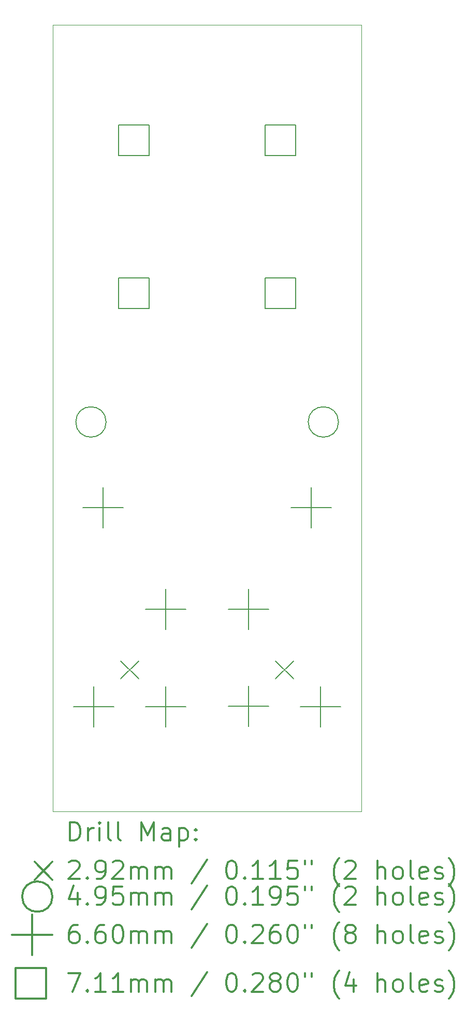
<source format=gbr>
%FSLAX45Y45*%
G04 Gerber Fmt 4.5, Leading zero omitted, Abs format (unit mm)*
G04 Created by KiCad (PCBNEW (5.1.4-0-10_14)) date 2019-08-29 11:40:26*
%MOMM*%
%LPD*%
G04 APERTURE LIST*
%ADD10C,0.100000*%
%ADD11C,0.200000*%
%ADD12C,0.300000*%
G04 APERTURE END LIST*
D10*
X5050000Y12850000D02*
X5050000Y0D01*
X0Y12850000D02*
X0Y0D01*
X0Y12850000D02*
X5050000Y12850000D01*
X0Y0D02*
X5050000Y0D01*
D11*
X1113950Y2460050D02*
X1406050Y2167950D01*
X1406050Y2460050D02*
X1113950Y2167950D01*
X3643950Y2460050D02*
X3936050Y2167950D01*
X3936050Y2460050D02*
X3643950Y2167950D01*
X872650Y6364000D02*
G75*
G03X872650Y6364000I-247650J0D01*
G01*
X4672650Y6364000D02*
G75*
G03X4672650Y6364000I-247650J0D01*
G01*
X4380000Y2044200D02*
X4380000Y1383800D01*
X4049800Y1714000D02*
X4710200Y1714000D01*
X825000Y5294200D02*
X825000Y4633800D01*
X494800Y4964000D02*
X1155200Y4964000D01*
X1850000Y2044200D02*
X1850000Y1383800D01*
X1519800Y1714000D02*
X2180200Y1714000D01*
X670000Y2044200D02*
X670000Y1383800D01*
X339800Y1714000D02*
X1000200Y1714000D01*
X1850000Y3639200D02*
X1850000Y2978800D01*
X1519800Y3309000D02*
X2180200Y3309000D01*
X3200000Y3639200D02*
X3200000Y2978800D01*
X2869800Y3309000D02*
X3530200Y3309000D01*
X3200000Y2049200D02*
X3200000Y1388800D01*
X2869800Y1719000D02*
X3530200Y1719000D01*
X4225000Y5294200D02*
X4225000Y4633800D01*
X3894800Y4964000D02*
X4555200Y4964000D01*
X1576450Y10712550D02*
X1576450Y11215450D01*
X1073550Y11215450D01*
X1073550Y10712550D01*
X1576450Y10712550D01*
X1576450Y8212550D02*
X1576450Y8715450D01*
X1073550Y8715450D01*
X1073550Y8212550D01*
X1576450Y8212550D01*
X3976450Y10712550D02*
X3976450Y11215450D01*
X3473550Y11215450D01*
X3473550Y10712550D01*
X3976450Y10712550D01*
X3976450Y8212550D02*
X3976450Y8715450D01*
X3473550Y8715450D01*
X3473550Y8212550D01*
X3976450Y8212550D01*
D12*
X281428Y-470714D02*
X281428Y-170714D01*
X352857Y-170714D01*
X395714Y-185000D01*
X424286Y-213571D01*
X438571Y-242143D01*
X452857Y-299286D01*
X452857Y-342143D01*
X438571Y-399286D01*
X424286Y-427857D01*
X395714Y-456429D01*
X352857Y-470714D01*
X281428Y-470714D01*
X581428Y-470714D02*
X581428Y-270714D01*
X581428Y-327857D02*
X595714Y-299286D01*
X610000Y-285000D01*
X638571Y-270714D01*
X667143Y-270714D01*
X767143Y-470714D02*
X767143Y-270714D01*
X767143Y-170714D02*
X752857Y-185000D01*
X767143Y-199286D01*
X781428Y-185000D01*
X767143Y-170714D01*
X767143Y-199286D01*
X952857Y-470714D02*
X924286Y-456429D01*
X910000Y-427857D01*
X910000Y-170714D01*
X1110000Y-470714D02*
X1081428Y-456429D01*
X1067143Y-427857D01*
X1067143Y-170714D01*
X1452857Y-470714D02*
X1452857Y-170714D01*
X1552857Y-385000D01*
X1652857Y-170714D01*
X1652857Y-470714D01*
X1924286Y-470714D02*
X1924286Y-313572D01*
X1910000Y-285000D01*
X1881428Y-270714D01*
X1824286Y-270714D01*
X1795714Y-285000D01*
X1924286Y-456429D02*
X1895714Y-470714D01*
X1824286Y-470714D01*
X1795714Y-456429D01*
X1781428Y-427857D01*
X1781428Y-399286D01*
X1795714Y-370714D01*
X1824286Y-356429D01*
X1895714Y-356429D01*
X1924286Y-342143D01*
X2067143Y-270714D02*
X2067143Y-570714D01*
X2067143Y-285000D02*
X2095714Y-270714D01*
X2152857Y-270714D01*
X2181428Y-285000D01*
X2195714Y-299286D01*
X2210000Y-327857D01*
X2210000Y-413571D01*
X2195714Y-442143D01*
X2181428Y-456429D01*
X2152857Y-470714D01*
X2095714Y-470714D01*
X2067143Y-456429D01*
X2338571Y-442143D02*
X2352857Y-456429D01*
X2338571Y-470714D01*
X2324286Y-456429D01*
X2338571Y-442143D01*
X2338571Y-470714D01*
X2338571Y-285000D02*
X2352857Y-299286D01*
X2338571Y-313572D01*
X2324286Y-299286D01*
X2338571Y-285000D01*
X2338571Y-313572D01*
X-297100Y-818950D02*
X-5000Y-1111050D01*
X-5000Y-818950D02*
X-297100Y-1111050D01*
X267143Y-829286D02*
X281428Y-815000D01*
X310000Y-800714D01*
X381428Y-800714D01*
X410000Y-815000D01*
X424286Y-829286D01*
X438571Y-857857D01*
X438571Y-886429D01*
X424286Y-929286D01*
X252857Y-1100714D01*
X438571Y-1100714D01*
X567143Y-1072143D02*
X581428Y-1086429D01*
X567143Y-1100714D01*
X552857Y-1086429D01*
X567143Y-1072143D01*
X567143Y-1100714D01*
X724286Y-1100714D02*
X781428Y-1100714D01*
X810000Y-1086429D01*
X824286Y-1072143D01*
X852857Y-1029286D01*
X867143Y-972143D01*
X867143Y-857857D01*
X852857Y-829286D01*
X838571Y-815000D01*
X810000Y-800714D01*
X752857Y-800714D01*
X724286Y-815000D01*
X710000Y-829286D01*
X695714Y-857857D01*
X695714Y-929286D01*
X710000Y-957857D01*
X724286Y-972143D01*
X752857Y-986429D01*
X810000Y-986429D01*
X838571Y-972143D01*
X852857Y-957857D01*
X867143Y-929286D01*
X981428Y-829286D02*
X995714Y-815000D01*
X1024286Y-800714D01*
X1095714Y-800714D01*
X1124286Y-815000D01*
X1138571Y-829286D01*
X1152857Y-857857D01*
X1152857Y-886429D01*
X1138571Y-929286D01*
X967143Y-1100714D01*
X1152857Y-1100714D01*
X1281428Y-1100714D02*
X1281428Y-900714D01*
X1281428Y-929286D02*
X1295714Y-915000D01*
X1324286Y-900714D01*
X1367143Y-900714D01*
X1395714Y-915000D01*
X1410000Y-943571D01*
X1410000Y-1100714D01*
X1410000Y-943571D02*
X1424286Y-915000D01*
X1452857Y-900714D01*
X1495714Y-900714D01*
X1524286Y-915000D01*
X1538571Y-943571D01*
X1538571Y-1100714D01*
X1681428Y-1100714D02*
X1681428Y-900714D01*
X1681428Y-929286D02*
X1695714Y-915000D01*
X1724286Y-900714D01*
X1767143Y-900714D01*
X1795714Y-915000D01*
X1810000Y-943571D01*
X1810000Y-1100714D01*
X1810000Y-943571D02*
X1824286Y-915000D01*
X1852857Y-900714D01*
X1895714Y-900714D01*
X1924286Y-915000D01*
X1938571Y-943571D01*
X1938571Y-1100714D01*
X2524286Y-786429D02*
X2267143Y-1172143D01*
X2910000Y-800714D02*
X2938571Y-800714D01*
X2967143Y-815000D01*
X2981428Y-829286D01*
X2995714Y-857857D01*
X3010000Y-915000D01*
X3010000Y-986429D01*
X2995714Y-1043571D01*
X2981428Y-1072143D01*
X2967143Y-1086429D01*
X2938571Y-1100714D01*
X2910000Y-1100714D01*
X2881428Y-1086429D01*
X2867143Y-1072143D01*
X2852857Y-1043571D01*
X2838571Y-986429D01*
X2838571Y-915000D01*
X2852857Y-857857D01*
X2867143Y-829286D01*
X2881428Y-815000D01*
X2910000Y-800714D01*
X3138571Y-1072143D02*
X3152857Y-1086429D01*
X3138571Y-1100714D01*
X3124286Y-1086429D01*
X3138571Y-1072143D01*
X3138571Y-1100714D01*
X3438571Y-1100714D02*
X3267143Y-1100714D01*
X3352857Y-1100714D02*
X3352857Y-800714D01*
X3324286Y-843571D01*
X3295714Y-872143D01*
X3267143Y-886429D01*
X3724286Y-1100714D02*
X3552857Y-1100714D01*
X3638571Y-1100714D02*
X3638571Y-800714D01*
X3610000Y-843571D01*
X3581428Y-872143D01*
X3552857Y-886429D01*
X3995714Y-800714D02*
X3852857Y-800714D01*
X3838571Y-943571D01*
X3852857Y-929286D01*
X3881428Y-915000D01*
X3952857Y-915000D01*
X3981428Y-929286D01*
X3995714Y-943571D01*
X4010000Y-972143D01*
X4010000Y-1043571D01*
X3995714Y-1072143D01*
X3981428Y-1086429D01*
X3952857Y-1100714D01*
X3881428Y-1100714D01*
X3852857Y-1086429D01*
X3838571Y-1072143D01*
X4124286Y-800714D02*
X4124286Y-857857D01*
X4238571Y-800714D02*
X4238571Y-857857D01*
X4681428Y-1215000D02*
X4667143Y-1200714D01*
X4638571Y-1157857D01*
X4624286Y-1129286D01*
X4610000Y-1086429D01*
X4595714Y-1015000D01*
X4595714Y-957857D01*
X4610000Y-886429D01*
X4624286Y-843571D01*
X4638571Y-815000D01*
X4667143Y-772143D01*
X4681428Y-757857D01*
X4781428Y-829286D02*
X4795714Y-815000D01*
X4824286Y-800714D01*
X4895714Y-800714D01*
X4924286Y-815000D01*
X4938571Y-829286D01*
X4952857Y-857857D01*
X4952857Y-886429D01*
X4938571Y-929286D01*
X4767143Y-1100714D01*
X4952857Y-1100714D01*
X5310000Y-1100714D02*
X5310000Y-800714D01*
X5438571Y-1100714D02*
X5438571Y-943571D01*
X5424286Y-915000D01*
X5395714Y-900714D01*
X5352857Y-900714D01*
X5324286Y-915000D01*
X5310000Y-929286D01*
X5624286Y-1100714D02*
X5595714Y-1086429D01*
X5581428Y-1072143D01*
X5567143Y-1043571D01*
X5567143Y-957857D01*
X5581428Y-929286D01*
X5595714Y-915000D01*
X5624286Y-900714D01*
X5667143Y-900714D01*
X5695714Y-915000D01*
X5710000Y-929286D01*
X5724286Y-957857D01*
X5724286Y-1043571D01*
X5710000Y-1072143D01*
X5695714Y-1086429D01*
X5667143Y-1100714D01*
X5624286Y-1100714D01*
X5895714Y-1100714D02*
X5867143Y-1086429D01*
X5852857Y-1057857D01*
X5852857Y-800714D01*
X6124286Y-1086429D02*
X6095714Y-1100714D01*
X6038571Y-1100714D01*
X6010000Y-1086429D01*
X5995714Y-1057857D01*
X5995714Y-943571D01*
X6010000Y-915000D01*
X6038571Y-900714D01*
X6095714Y-900714D01*
X6124286Y-915000D01*
X6138571Y-943571D01*
X6138571Y-972143D01*
X5995714Y-1000714D01*
X6252857Y-1086429D02*
X6281428Y-1100714D01*
X6338571Y-1100714D01*
X6367143Y-1086429D01*
X6381428Y-1057857D01*
X6381428Y-1043571D01*
X6367143Y-1015000D01*
X6338571Y-1000714D01*
X6295714Y-1000714D01*
X6267143Y-986429D01*
X6252857Y-957857D01*
X6252857Y-943571D01*
X6267143Y-915000D01*
X6295714Y-900714D01*
X6338571Y-900714D01*
X6367143Y-915000D01*
X6481428Y-1215000D02*
X6495714Y-1200714D01*
X6524286Y-1157857D01*
X6538571Y-1129286D01*
X6552857Y-1086429D01*
X6567143Y-1015000D01*
X6567143Y-957857D01*
X6552857Y-886429D01*
X6538571Y-843571D01*
X6524286Y-815000D01*
X6495714Y-772143D01*
X6481428Y-757857D01*
X-5000Y-1387100D02*
G75*
G03X-5000Y-1387100I-247650J0D01*
G01*
X410000Y-1322814D02*
X410000Y-1522814D01*
X338571Y-1208529D02*
X267143Y-1422814D01*
X452857Y-1422814D01*
X567143Y-1494243D02*
X581428Y-1508529D01*
X567143Y-1522814D01*
X552857Y-1508529D01*
X567143Y-1494243D01*
X567143Y-1522814D01*
X724286Y-1522814D02*
X781428Y-1522814D01*
X810000Y-1508529D01*
X824286Y-1494243D01*
X852857Y-1451386D01*
X867143Y-1394243D01*
X867143Y-1279957D01*
X852857Y-1251386D01*
X838571Y-1237100D01*
X810000Y-1222814D01*
X752857Y-1222814D01*
X724286Y-1237100D01*
X710000Y-1251386D01*
X695714Y-1279957D01*
X695714Y-1351386D01*
X710000Y-1379957D01*
X724286Y-1394243D01*
X752857Y-1408529D01*
X810000Y-1408529D01*
X838571Y-1394243D01*
X852857Y-1379957D01*
X867143Y-1351386D01*
X1138571Y-1222814D02*
X995714Y-1222814D01*
X981428Y-1365672D01*
X995714Y-1351386D01*
X1024286Y-1337100D01*
X1095714Y-1337100D01*
X1124286Y-1351386D01*
X1138571Y-1365672D01*
X1152857Y-1394243D01*
X1152857Y-1465671D01*
X1138571Y-1494243D01*
X1124286Y-1508529D01*
X1095714Y-1522814D01*
X1024286Y-1522814D01*
X995714Y-1508529D01*
X981428Y-1494243D01*
X1281428Y-1522814D02*
X1281428Y-1322814D01*
X1281428Y-1351386D02*
X1295714Y-1337100D01*
X1324286Y-1322814D01*
X1367143Y-1322814D01*
X1395714Y-1337100D01*
X1410000Y-1365672D01*
X1410000Y-1522814D01*
X1410000Y-1365672D02*
X1424286Y-1337100D01*
X1452857Y-1322814D01*
X1495714Y-1322814D01*
X1524286Y-1337100D01*
X1538571Y-1365672D01*
X1538571Y-1522814D01*
X1681428Y-1522814D02*
X1681428Y-1322814D01*
X1681428Y-1351386D02*
X1695714Y-1337100D01*
X1724286Y-1322814D01*
X1767143Y-1322814D01*
X1795714Y-1337100D01*
X1810000Y-1365672D01*
X1810000Y-1522814D01*
X1810000Y-1365672D02*
X1824286Y-1337100D01*
X1852857Y-1322814D01*
X1895714Y-1322814D01*
X1924286Y-1337100D01*
X1938571Y-1365672D01*
X1938571Y-1522814D01*
X2524286Y-1208529D02*
X2267143Y-1594243D01*
X2910000Y-1222814D02*
X2938571Y-1222814D01*
X2967143Y-1237100D01*
X2981428Y-1251386D01*
X2995714Y-1279957D01*
X3010000Y-1337100D01*
X3010000Y-1408529D01*
X2995714Y-1465671D01*
X2981428Y-1494243D01*
X2967143Y-1508529D01*
X2938571Y-1522814D01*
X2910000Y-1522814D01*
X2881428Y-1508529D01*
X2867143Y-1494243D01*
X2852857Y-1465671D01*
X2838571Y-1408529D01*
X2838571Y-1337100D01*
X2852857Y-1279957D01*
X2867143Y-1251386D01*
X2881428Y-1237100D01*
X2910000Y-1222814D01*
X3138571Y-1494243D02*
X3152857Y-1508529D01*
X3138571Y-1522814D01*
X3124286Y-1508529D01*
X3138571Y-1494243D01*
X3138571Y-1522814D01*
X3438571Y-1522814D02*
X3267143Y-1522814D01*
X3352857Y-1522814D02*
X3352857Y-1222814D01*
X3324286Y-1265672D01*
X3295714Y-1294243D01*
X3267143Y-1308529D01*
X3581428Y-1522814D02*
X3638571Y-1522814D01*
X3667143Y-1508529D01*
X3681428Y-1494243D01*
X3710000Y-1451386D01*
X3724286Y-1394243D01*
X3724286Y-1279957D01*
X3710000Y-1251386D01*
X3695714Y-1237100D01*
X3667143Y-1222814D01*
X3610000Y-1222814D01*
X3581428Y-1237100D01*
X3567143Y-1251386D01*
X3552857Y-1279957D01*
X3552857Y-1351386D01*
X3567143Y-1379957D01*
X3581428Y-1394243D01*
X3610000Y-1408529D01*
X3667143Y-1408529D01*
X3695714Y-1394243D01*
X3710000Y-1379957D01*
X3724286Y-1351386D01*
X3995714Y-1222814D02*
X3852857Y-1222814D01*
X3838571Y-1365672D01*
X3852857Y-1351386D01*
X3881428Y-1337100D01*
X3952857Y-1337100D01*
X3981428Y-1351386D01*
X3995714Y-1365672D01*
X4010000Y-1394243D01*
X4010000Y-1465671D01*
X3995714Y-1494243D01*
X3981428Y-1508529D01*
X3952857Y-1522814D01*
X3881428Y-1522814D01*
X3852857Y-1508529D01*
X3838571Y-1494243D01*
X4124286Y-1222814D02*
X4124286Y-1279957D01*
X4238571Y-1222814D02*
X4238571Y-1279957D01*
X4681428Y-1637100D02*
X4667143Y-1622814D01*
X4638571Y-1579957D01*
X4624286Y-1551386D01*
X4610000Y-1508529D01*
X4595714Y-1437100D01*
X4595714Y-1379957D01*
X4610000Y-1308529D01*
X4624286Y-1265672D01*
X4638571Y-1237100D01*
X4667143Y-1194243D01*
X4681428Y-1179957D01*
X4781428Y-1251386D02*
X4795714Y-1237100D01*
X4824286Y-1222814D01*
X4895714Y-1222814D01*
X4924286Y-1237100D01*
X4938571Y-1251386D01*
X4952857Y-1279957D01*
X4952857Y-1308529D01*
X4938571Y-1351386D01*
X4767143Y-1522814D01*
X4952857Y-1522814D01*
X5310000Y-1522814D02*
X5310000Y-1222814D01*
X5438571Y-1522814D02*
X5438571Y-1365672D01*
X5424286Y-1337100D01*
X5395714Y-1322814D01*
X5352857Y-1322814D01*
X5324286Y-1337100D01*
X5310000Y-1351386D01*
X5624286Y-1522814D02*
X5595714Y-1508529D01*
X5581428Y-1494243D01*
X5567143Y-1465671D01*
X5567143Y-1379957D01*
X5581428Y-1351386D01*
X5595714Y-1337100D01*
X5624286Y-1322814D01*
X5667143Y-1322814D01*
X5695714Y-1337100D01*
X5710000Y-1351386D01*
X5724286Y-1379957D01*
X5724286Y-1465671D01*
X5710000Y-1494243D01*
X5695714Y-1508529D01*
X5667143Y-1522814D01*
X5624286Y-1522814D01*
X5895714Y-1522814D02*
X5867143Y-1508529D01*
X5852857Y-1479957D01*
X5852857Y-1222814D01*
X6124286Y-1508529D02*
X6095714Y-1522814D01*
X6038571Y-1522814D01*
X6010000Y-1508529D01*
X5995714Y-1479957D01*
X5995714Y-1365672D01*
X6010000Y-1337100D01*
X6038571Y-1322814D01*
X6095714Y-1322814D01*
X6124286Y-1337100D01*
X6138571Y-1365672D01*
X6138571Y-1394243D01*
X5995714Y-1422814D01*
X6252857Y-1508529D02*
X6281428Y-1522814D01*
X6338571Y-1522814D01*
X6367143Y-1508529D01*
X6381428Y-1479957D01*
X6381428Y-1465671D01*
X6367143Y-1437100D01*
X6338571Y-1422814D01*
X6295714Y-1422814D01*
X6267143Y-1408529D01*
X6252857Y-1379957D01*
X6252857Y-1365672D01*
X6267143Y-1337100D01*
X6295714Y-1322814D01*
X6338571Y-1322814D01*
X6367143Y-1337100D01*
X6481428Y-1637100D02*
X6495714Y-1622814D01*
X6524286Y-1579957D01*
X6538571Y-1551386D01*
X6552857Y-1508529D01*
X6567143Y-1437100D01*
X6567143Y-1379957D01*
X6552857Y-1308529D01*
X6538571Y-1265672D01*
X6524286Y-1237100D01*
X6495714Y-1194243D01*
X6481428Y-1179957D01*
X-335200Y-1682200D02*
X-335200Y-2342600D01*
X-665400Y-2012400D02*
X-5000Y-2012400D01*
X410000Y-1848114D02*
X352857Y-1848114D01*
X324286Y-1862400D01*
X310000Y-1876686D01*
X281428Y-1919543D01*
X267143Y-1976686D01*
X267143Y-2090971D01*
X281428Y-2119543D01*
X295714Y-2133829D01*
X324286Y-2148114D01*
X381428Y-2148114D01*
X410000Y-2133829D01*
X424286Y-2119543D01*
X438571Y-2090971D01*
X438571Y-2019543D01*
X424286Y-1990971D01*
X410000Y-1976686D01*
X381428Y-1962400D01*
X324286Y-1962400D01*
X295714Y-1976686D01*
X281428Y-1990971D01*
X267143Y-2019543D01*
X567143Y-2119543D02*
X581428Y-2133829D01*
X567143Y-2148114D01*
X552857Y-2133829D01*
X567143Y-2119543D01*
X567143Y-2148114D01*
X838571Y-1848114D02*
X781428Y-1848114D01*
X752857Y-1862400D01*
X738571Y-1876686D01*
X710000Y-1919543D01*
X695714Y-1976686D01*
X695714Y-2090971D01*
X710000Y-2119543D01*
X724286Y-2133829D01*
X752857Y-2148114D01*
X810000Y-2148114D01*
X838571Y-2133829D01*
X852857Y-2119543D01*
X867143Y-2090971D01*
X867143Y-2019543D01*
X852857Y-1990971D01*
X838571Y-1976686D01*
X810000Y-1962400D01*
X752857Y-1962400D01*
X724286Y-1976686D01*
X710000Y-1990971D01*
X695714Y-2019543D01*
X1052857Y-1848114D02*
X1081428Y-1848114D01*
X1110000Y-1862400D01*
X1124286Y-1876686D01*
X1138571Y-1905257D01*
X1152857Y-1962400D01*
X1152857Y-2033829D01*
X1138571Y-2090971D01*
X1124286Y-2119543D01*
X1110000Y-2133829D01*
X1081428Y-2148114D01*
X1052857Y-2148114D01*
X1024286Y-2133829D01*
X1010000Y-2119543D01*
X995714Y-2090971D01*
X981428Y-2033829D01*
X981428Y-1962400D01*
X995714Y-1905257D01*
X1010000Y-1876686D01*
X1024286Y-1862400D01*
X1052857Y-1848114D01*
X1281428Y-2148114D02*
X1281428Y-1948114D01*
X1281428Y-1976686D02*
X1295714Y-1962400D01*
X1324286Y-1948114D01*
X1367143Y-1948114D01*
X1395714Y-1962400D01*
X1410000Y-1990971D01*
X1410000Y-2148114D01*
X1410000Y-1990971D02*
X1424286Y-1962400D01*
X1452857Y-1948114D01*
X1495714Y-1948114D01*
X1524286Y-1962400D01*
X1538571Y-1990971D01*
X1538571Y-2148114D01*
X1681428Y-2148114D02*
X1681428Y-1948114D01*
X1681428Y-1976686D02*
X1695714Y-1962400D01*
X1724286Y-1948114D01*
X1767143Y-1948114D01*
X1795714Y-1962400D01*
X1810000Y-1990971D01*
X1810000Y-2148114D01*
X1810000Y-1990971D02*
X1824286Y-1962400D01*
X1852857Y-1948114D01*
X1895714Y-1948114D01*
X1924286Y-1962400D01*
X1938571Y-1990971D01*
X1938571Y-2148114D01*
X2524286Y-1833829D02*
X2267143Y-2219543D01*
X2910000Y-1848114D02*
X2938571Y-1848114D01*
X2967143Y-1862400D01*
X2981428Y-1876686D01*
X2995714Y-1905257D01*
X3010000Y-1962400D01*
X3010000Y-2033829D01*
X2995714Y-2090971D01*
X2981428Y-2119543D01*
X2967143Y-2133829D01*
X2938571Y-2148114D01*
X2910000Y-2148114D01*
X2881428Y-2133829D01*
X2867143Y-2119543D01*
X2852857Y-2090971D01*
X2838571Y-2033829D01*
X2838571Y-1962400D01*
X2852857Y-1905257D01*
X2867143Y-1876686D01*
X2881428Y-1862400D01*
X2910000Y-1848114D01*
X3138571Y-2119543D02*
X3152857Y-2133829D01*
X3138571Y-2148114D01*
X3124286Y-2133829D01*
X3138571Y-2119543D01*
X3138571Y-2148114D01*
X3267143Y-1876686D02*
X3281428Y-1862400D01*
X3310000Y-1848114D01*
X3381428Y-1848114D01*
X3410000Y-1862400D01*
X3424286Y-1876686D01*
X3438571Y-1905257D01*
X3438571Y-1933829D01*
X3424286Y-1976686D01*
X3252857Y-2148114D01*
X3438571Y-2148114D01*
X3695714Y-1848114D02*
X3638571Y-1848114D01*
X3610000Y-1862400D01*
X3595714Y-1876686D01*
X3567143Y-1919543D01*
X3552857Y-1976686D01*
X3552857Y-2090971D01*
X3567143Y-2119543D01*
X3581428Y-2133829D01*
X3610000Y-2148114D01*
X3667143Y-2148114D01*
X3695714Y-2133829D01*
X3710000Y-2119543D01*
X3724286Y-2090971D01*
X3724286Y-2019543D01*
X3710000Y-1990971D01*
X3695714Y-1976686D01*
X3667143Y-1962400D01*
X3610000Y-1962400D01*
X3581428Y-1976686D01*
X3567143Y-1990971D01*
X3552857Y-2019543D01*
X3910000Y-1848114D02*
X3938571Y-1848114D01*
X3967143Y-1862400D01*
X3981428Y-1876686D01*
X3995714Y-1905257D01*
X4010000Y-1962400D01*
X4010000Y-2033829D01*
X3995714Y-2090971D01*
X3981428Y-2119543D01*
X3967143Y-2133829D01*
X3938571Y-2148114D01*
X3910000Y-2148114D01*
X3881428Y-2133829D01*
X3867143Y-2119543D01*
X3852857Y-2090971D01*
X3838571Y-2033829D01*
X3838571Y-1962400D01*
X3852857Y-1905257D01*
X3867143Y-1876686D01*
X3881428Y-1862400D01*
X3910000Y-1848114D01*
X4124286Y-1848114D02*
X4124286Y-1905257D01*
X4238571Y-1848114D02*
X4238571Y-1905257D01*
X4681428Y-2262400D02*
X4667143Y-2248114D01*
X4638571Y-2205257D01*
X4624286Y-2176686D01*
X4610000Y-2133829D01*
X4595714Y-2062400D01*
X4595714Y-2005257D01*
X4610000Y-1933829D01*
X4624286Y-1890971D01*
X4638571Y-1862400D01*
X4667143Y-1819543D01*
X4681428Y-1805257D01*
X4838571Y-1976686D02*
X4810000Y-1962400D01*
X4795714Y-1948114D01*
X4781428Y-1919543D01*
X4781428Y-1905257D01*
X4795714Y-1876686D01*
X4810000Y-1862400D01*
X4838571Y-1848114D01*
X4895714Y-1848114D01*
X4924286Y-1862400D01*
X4938571Y-1876686D01*
X4952857Y-1905257D01*
X4952857Y-1919543D01*
X4938571Y-1948114D01*
X4924286Y-1962400D01*
X4895714Y-1976686D01*
X4838571Y-1976686D01*
X4810000Y-1990971D01*
X4795714Y-2005257D01*
X4781428Y-2033829D01*
X4781428Y-2090971D01*
X4795714Y-2119543D01*
X4810000Y-2133829D01*
X4838571Y-2148114D01*
X4895714Y-2148114D01*
X4924286Y-2133829D01*
X4938571Y-2119543D01*
X4952857Y-2090971D01*
X4952857Y-2033829D01*
X4938571Y-2005257D01*
X4924286Y-1990971D01*
X4895714Y-1976686D01*
X5310000Y-2148114D02*
X5310000Y-1848114D01*
X5438571Y-2148114D02*
X5438571Y-1990971D01*
X5424286Y-1962400D01*
X5395714Y-1948114D01*
X5352857Y-1948114D01*
X5324286Y-1962400D01*
X5310000Y-1976686D01*
X5624286Y-2148114D02*
X5595714Y-2133829D01*
X5581428Y-2119543D01*
X5567143Y-2090971D01*
X5567143Y-2005257D01*
X5581428Y-1976686D01*
X5595714Y-1962400D01*
X5624286Y-1948114D01*
X5667143Y-1948114D01*
X5695714Y-1962400D01*
X5710000Y-1976686D01*
X5724286Y-2005257D01*
X5724286Y-2090971D01*
X5710000Y-2119543D01*
X5695714Y-2133829D01*
X5667143Y-2148114D01*
X5624286Y-2148114D01*
X5895714Y-2148114D02*
X5867143Y-2133829D01*
X5852857Y-2105257D01*
X5852857Y-1848114D01*
X6124286Y-2133829D02*
X6095714Y-2148114D01*
X6038571Y-2148114D01*
X6010000Y-2133829D01*
X5995714Y-2105257D01*
X5995714Y-1990971D01*
X6010000Y-1962400D01*
X6038571Y-1948114D01*
X6095714Y-1948114D01*
X6124286Y-1962400D01*
X6138571Y-1990971D01*
X6138571Y-2019543D01*
X5995714Y-2048114D01*
X6252857Y-2133829D02*
X6281428Y-2148114D01*
X6338571Y-2148114D01*
X6367143Y-2133829D01*
X6381428Y-2105257D01*
X6381428Y-2090971D01*
X6367143Y-2062400D01*
X6338571Y-2048114D01*
X6295714Y-2048114D01*
X6267143Y-2033829D01*
X6252857Y-2005257D01*
X6252857Y-1990971D01*
X6267143Y-1962400D01*
X6295714Y-1948114D01*
X6338571Y-1948114D01*
X6367143Y-1962400D01*
X6481428Y-2262400D02*
X6495714Y-2248114D01*
X6524286Y-2205257D01*
X6538571Y-2176686D01*
X6552857Y-2133829D01*
X6567143Y-2062400D01*
X6567143Y-2005257D01*
X6552857Y-1933829D01*
X6538571Y-1890971D01*
X6524286Y-1862400D01*
X6495714Y-1819543D01*
X6481428Y-1805257D01*
X-109150Y-3054250D02*
X-109150Y-2551351D01*
X-612050Y-2551351D01*
X-612050Y-3054250D01*
X-109150Y-3054250D01*
X252857Y-2638514D02*
X452857Y-2638514D01*
X324286Y-2938514D01*
X567143Y-2909943D02*
X581428Y-2924229D01*
X567143Y-2938514D01*
X552857Y-2924229D01*
X567143Y-2909943D01*
X567143Y-2938514D01*
X867143Y-2938514D02*
X695714Y-2938514D01*
X781428Y-2938514D02*
X781428Y-2638514D01*
X752857Y-2681372D01*
X724286Y-2709943D01*
X695714Y-2724229D01*
X1152857Y-2938514D02*
X981428Y-2938514D01*
X1067143Y-2938514D02*
X1067143Y-2638514D01*
X1038571Y-2681372D01*
X1010000Y-2709943D01*
X981428Y-2724229D01*
X1281428Y-2938514D02*
X1281428Y-2738514D01*
X1281428Y-2767086D02*
X1295714Y-2752800D01*
X1324286Y-2738514D01*
X1367143Y-2738514D01*
X1395714Y-2752800D01*
X1410000Y-2781372D01*
X1410000Y-2938514D01*
X1410000Y-2781372D02*
X1424286Y-2752800D01*
X1452857Y-2738514D01*
X1495714Y-2738514D01*
X1524286Y-2752800D01*
X1538571Y-2781372D01*
X1538571Y-2938514D01*
X1681428Y-2938514D02*
X1681428Y-2738514D01*
X1681428Y-2767086D02*
X1695714Y-2752800D01*
X1724286Y-2738514D01*
X1767143Y-2738514D01*
X1795714Y-2752800D01*
X1810000Y-2781372D01*
X1810000Y-2938514D01*
X1810000Y-2781372D02*
X1824286Y-2752800D01*
X1852857Y-2738514D01*
X1895714Y-2738514D01*
X1924286Y-2752800D01*
X1938571Y-2781372D01*
X1938571Y-2938514D01*
X2524286Y-2624229D02*
X2267143Y-3009943D01*
X2910000Y-2638514D02*
X2938571Y-2638514D01*
X2967143Y-2652800D01*
X2981428Y-2667086D01*
X2995714Y-2695657D01*
X3010000Y-2752800D01*
X3010000Y-2824229D01*
X2995714Y-2881371D01*
X2981428Y-2909943D01*
X2967143Y-2924229D01*
X2938571Y-2938514D01*
X2910000Y-2938514D01*
X2881428Y-2924229D01*
X2867143Y-2909943D01*
X2852857Y-2881371D01*
X2838571Y-2824229D01*
X2838571Y-2752800D01*
X2852857Y-2695657D01*
X2867143Y-2667086D01*
X2881428Y-2652800D01*
X2910000Y-2638514D01*
X3138571Y-2909943D02*
X3152857Y-2924229D01*
X3138571Y-2938514D01*
X3124286Y-2924229D01*
X3138571Y-2909943D01*
X3138571Y-2938514D01*
X3267143Y-2667086D02*
X3281428Y-2652800D01*
X3310000Y-2638514D01*
X3381428Y-2638514D01*
X3410000Y-2652800D01*
X3424286Y-2667086D01*
X3438571Y-2695657D01*
X3438571Y-2724229D01*
X3424286Y-2767086D01*
X3252857Y-2938514D01*
X3438571Y-2938514D01*
X3610000Y-2767086D02*
X3581428Y-2752800D01*
X3567143Y-2738514D01*
X3552857Y-2709943D01*
X3552857Y-2695657D01*
X3567143Y-2667086D01*
X3581428Y-2652800D01*
X3610000Y-2638514D01*
X3667143Y-2638514D01*
X3695714Y-2652800D01*
X3710000Y-2667086D01*
X3724286Y-2695657D01*
X3724286Y-2709943D01*
X3710000Y-2738514D01*
X3695714Y-2752800D01*
X3667143Y-2767086D01*
X3610000Y-2767086D01*
X3581428Y-2781372D01*
X3567143Y-2795657D01*
X3552857Y-2824229D01*
X3552857Y-2881371D01*
X3567143Y-2909943D01*
X3581428Y-2924229D01*
X3610000Y-2938514D01*
X3667143Y-2938514D01*
X3695714Y-2924229D01*
X3710000Y-2909943D01*
X3724286Y-2881371D01*
X3724286Y-2824229D01*
X3710000Y-2795657D01*
X3695714Y-2781372D01*
X3667143Y-2767086D01*
X3910000Y-2638514D02*
X3938571Y-2638514D01*
X3967143Y-2652800D01*
X3981428Y-2667086D01*
X3995714Y-2695657D01*
X4010000Y-2752800D01*
X4010000Y-2824229D01*
X3995714Y-2881371D01*
X3981428Y-2909943D01*
X3967143Y-2924229D01*
X3938571Y-2938514D01*
X3910000Y-2938514D01*
X3881428Y-2924229D01*
X3867143Y-2909943D01*
X3852857Y-2881371D01*
X3838571Y-2824229D01*
X3838571Y-2752800D01*
X3852857Y-2695657D01*
X3867143Y-2667086D01*
X3881428Y-2652800D01*
X3910000Y-2638514D01*
X4124286Y-2638514D02*
X4124286Y-2695657D01*
X4238571Y-2638514D02*
X4238571Y-2695657D01*
X4681428Y-3052800D02*
X4667143Y-3038514D01*
X4638571Y-2995657D01*
X4624286Y-2967086D01*
X4610000Y-2924229D01*
X4595714Y-2852800D01*
X4595714Y-2795657D01*
X4610000Y-2724229D01*
X4624286Y-2681372D01*
X4638571Y-2652800D01*
X4667143Y-2609943D01*
X4681428Y-2595657D01*
X4924286Y-2738514D02*
X4924286Y-2938514D01*
X4852857Y-2624229D02*
X4781428Y-2838514D01*
X4967143Y-2838514D01*
X5310000Y-2938514D02*
X5310000Y-2638514D01*
X5438571Y-2938514D02*
X5438571Y-2781372D01*
X5424286Y-2752800D01*
X5395714Y-2738514D01*
X5352857Y-2738514D01*
X5324286Y-2752800D01*
X5310000Y-2767086D01*
X5624286Y-2938514D02*
X5595714Y-2924229D01*
X5581428Y-2909943D01*
X5567143Y-2881371D01*
X5567143Y-2795657D01*
X5581428Y-2767086D01*
X5595714Y-2752800D01*
X5624286Y-2738514D01*
X5667143Y-2738514D01*
X5695714Y-2752800D01*
X5710000Y-2767086D01*
X5724286Y-2795657D01*
X5724286Y-2881371D01*
X5710000Y-2909943D01*
X5695714Y-2924229D01*
X5667143Y-2938514D01*
X5624286Y-2938514D01*
X5895714Y-2938514D02*
X5867143Y-2924229D01*
X5852857Y-2895657D01*
X5852857Y-2638514D01*
X6124286Y-2924229D02*
X6095714Y-2938514D01*
X6038571Y-2938514D01*
X6010000Y-2924229D01*
X5995714Y-2895657D01*
X5995714Y-2781372D01*
X6010000Y-2752800D01*
X6038571Y-2738514D01*
X6095714Y-2738514D01*
X6124286Y-2752800D01*
X6138571Y-2781372D01*
X6138571Y-2809943D01*
X5995714Y-2838514D01*
X6252857Y-2924229D02*
X6281428Y-2938514D01*
X6338571Y-2938514D01*
X6367143Y-2924229D01*
X6381428Y-2895657D01*
X6381428Y-2881371D01*
X6367143Y-2852800D01*
X6338571Y-2838514D01*
X6295714Y-2838514D01*
X6267143Y-2824229D01*
X6252857Y-2795657D01*
X6252857Y-2781372D01*
X6267143Y-2752800D01*
X6295714Y-2738514D01*
X6338571Y-2738514D01*
X6367143Y-2752800D01*
X6481428Y-3052800D02*
X6495714Y-3038514D01*
X6524286Y-2995657D01*
X6538571Y-2967086D01*
X6552857Y-2924229D01*
X6567143Y-2852800D01*
X6567143Y-2795657D01*
X6552857Y-2724229D01*
X6538571Y-2681372D01*
X6524286Y-2652800D01*
X6495714Y-2609943D01*
X6481428Y-2595657D01*
M02*

</source>
